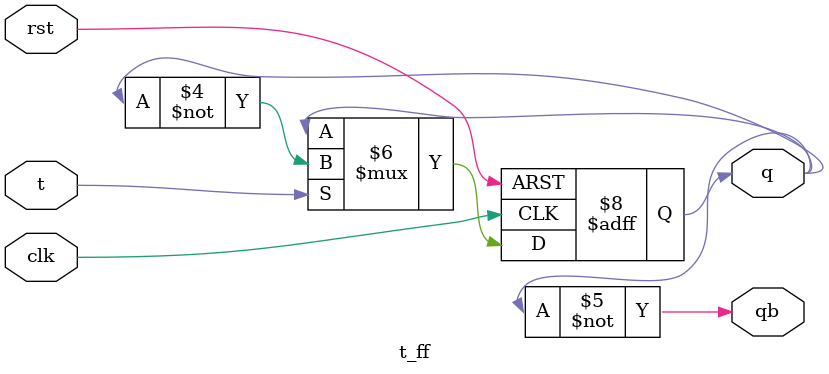
<source format=v>
module t_ff(clk,rst,t,q,qb);

    input clk,rst;
	input t;
	output reg q;
	output qb;
	
	always@(posedge clk or negedge rst)
	begin
	
	   if(~rst)
	   q <= 0;
	   else if (t == 1)
	    q <= ~q;
		
	end
	
	assign qb = ~q;
	
endmodule	

</source>
